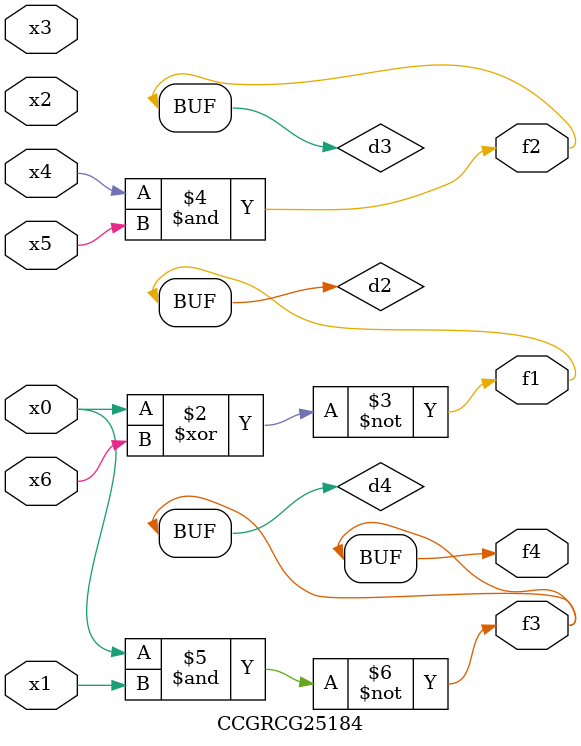
<source format=v>
module CCGRCG25184(
	input x0, x1, x2, x3, x4, x5, x6,
	output f1, f2, f3, f4
);

	wire d1, d2, d3, d4;

	nor (d1, x0);
	xnor (d2, x0, x6);
	and (d3, x4, x5);
	nand (d4, x0, x1);
	assign f1 = d2;
	assign f2 = d3;
	assign f3 = d4;
	assign f4 = d4;
endmodule

</source>
